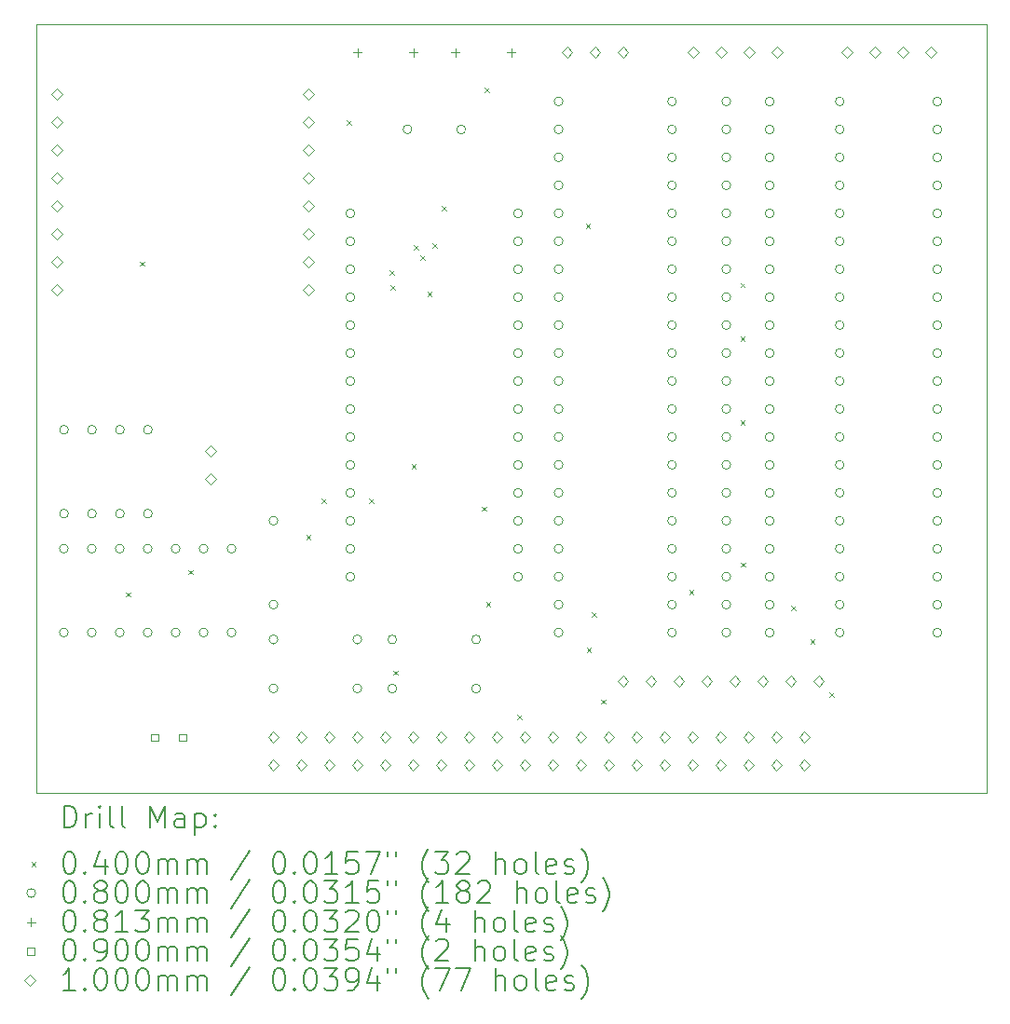
<source format=gbr>
%FSLAX45Y45*%
G04 Gerber Fmt 4.5, Leading zero omitted, Abs format (unit mm)*
G04 Created by KiCad (PCBNEW (6.0.5)) date 2022-11-12 18:47:10*
%MOMM*%
%LPD*%
G01*
G04 APERTURE LIST*
%TA.AperFunction,Profile*%
%ADD10C,0.050000*%
%TD*%
%ADD11C,0.200000*%
%ADD12C,0.040000*%
%ADD13C,0.080000*%
%ADD14C,0.081280*%
%ADD15C,0.090000*%
%ADD16C,0.100000*%
G04 APERTURE END LIST*
D10*
X13779500Y-3556000D02*
X5143500Y-3556000D01*
X5143500Y-3556000D02*
X5143500Y-10541000D01*
X5143500Y-10541000D02*
X13779500Y-10541000D01*
X13779500Y-10541000D02*
X13779500Y-3556000D01*
D11*
D12*
X5963050Y-8714350D02*
X6003050Y-8754350D01*
X6003050Y-8714350D02*
X5963050Y-8754350D01*
X6086820Y-5709100D02*
X6126820Y-5749100D01*
X6126820Y-5709100D02*
X6086820Y-5749100D01*
X6527060Y-8512320D02*
X6567060Y-8552320D01*
X6567060Y-8512320D02*
X6527060Y-8552320D01*
X7600000Y-8192220D02*
X7640000Y-8232220D01*
X7640000Y-8192220D02*
X7600000Y-8232220D01*
X7737000Y-7865520D02*
X7777000Y-7905520D01*
X7777000Y-7865520D02*
X7737000Y-7905520D01*
X7970400Y-4424260D02*
X8010400Y-4464260D01*
X8010400Y-4424260D02*
X7970400Y-4464260D01*
X8169400Y-7865520D02*
X8209400Y-7905520D01*
X8209400Y-7865520D02*
X8169400Y-7905520D01*
X8359350Y-5786980D02*
X8399350Y-5826980D01*
X8399350Y-5786980D02*
X8359350Y-5826980D01*
X8368380Y-5922770D02*
X8408380Y-5962770D01*
X8408380Y-5922770D02*
X8368380Y-5962770D01*
X8391950Y-9425990D02*
X8431950Y-9465990D01*
X8431950Y-9425990D02*
X8391950Y-9465990D01*
X8556500Y-7553370D02*
X8596500Y-7593370D01*
X8596500Y-7553370D02*
X8556500Y-7593370D01*
X8575820Y-5563120D02*
X8615820Y-5603120D01*
X8615820Y-5563120D02*
X8575820Y-5603120D01*
X8639730Y-5656230D02*
X8679730Y-5696230D01*
X8679730Y-5656230D02*
X8639730Y-5696230D01*
X8700190Y-5985410D02*
X8740190Y-6025410D01*
X8740190Y-5985410D02*
X8700190Y-6025410D01*
X8749450Y-5546850D02*
X8789450Y-5586850D01*
X8789450Y-5546850D02*
X8749450Y-5586850D01*
X8829760Y-5204150D02*
X8869760Y-5244150D01*
X8869760Y-5204150D02*
X8829760Y-5244150D01*
X9195620Y-7936740D02*
X9235620Y-7976740D01*
X9235620Y-7936740D02*
X9195620Y-7976740D01*
X9220520Y-4129350D02*
X9260520Y-4169350D01*
X9260520Y-4129350D02*
X9220520Y-4169350D01*
X9233630Y-8806500D02*
X9273630Y-8846500D01*
X9273630Y-8806500D02*
X9233630Y-8846500D01*
X9518060Y-9829160D02*
X9558060Y-9869160D01*
X9558060Y-9829160D02*
X9518060Y-9869160D01*
X10139150Y-5367390D02*
X10179150Y-5407390D01*
X10179150Y-5367390D02*
X10139150Y-5407390D01*
X10147700Y-9218240D02*
X10187700Y-9258240D01*
X10187700Y-9218240D02*
X10147700Y-9258240D01*
X10196390Y-8896660D02*
X10236390Y-8936660D01*
X10236390Y-8896660D02*
X10196390Y-8936660D01*
X10281530Y-9687760D02*
X10321530Y-9727760D01*
X10321530Y-9687760D02*
X10281530Y-9727760D01*
X11078530Y-8691010D02*
X11118530Y-8731010D01*
X11118530Y-8691010D02*
X11078530Y-8731010D01*
X11545070Y-5904720D02*
X11585070Y-5944720D01*
X11585070Y-5904720D02*
X11545070Y-5944720D01*
X11545070Y-6393500D02*
X11585070Y-6433500D01*
X11585070Y-6393500D02*
X11545070Y-6433500D01*
X11545070Y-7155500D02*
X11585070Y-7195500D01*
X11585070Y-7155500D02*
X11545070Y-7195500D01*
X11552260Y-8444720D02*
X11592260Y-8484720D01*
X11592260Y-8444720D02*
X11552260Y-8484720D01*
X12006650Y-8838090D02*
X12046650Y-8878090D01*
X12046650Y-8838090D02*
X12006650Y-8878090D01*
X12179140Y-9142910D02*
X12219140Y-9182910D01*
X12219140Y-9142910D02*
X12179140Y-9182910D01*
X12352100Y-9627060D02*
X12392100Y-9667060D01*
X12392100Y-9627060D02*
X12352100Y-9667060D01*
D13*
X5437500Y-8318500D02*
G75*
G03*
X5437500Y-8318500I-40000J0D01*
G01*
X5437500Y-9080500D02*
G75*
G03*
X5437500Y-9080500I-40000J0D01*
G01*
X5438500Y-7238000D02*
G75*
G03*
X5438500Y-7238000I-40000J0D01*
G01*
X5438500Y-8000000D02*
G75*
G03*
X5438500Y-8000000I-40000J0D01*
G01*
X5691500Y-8318500D02*
G75*
G03*
X5691500Y-8318500I-40000J0D01*
G01*
X5691500Y-9080500D02*
G75*
G03*
X5691500Y-9080500I-40000J0D01*
G01*
X5692500Y-7238000D02*
G75*
G03*
X5692500Y-7238000I-40000J0D01*
G01*
X5692500Y-8000000D02*
G75*
G03*
X5692500Y-8000000I-40000J0D01*
G01*
X5945500Y-8318500D02*
G75*
G03*
X5945500Y-8318500I-40000J0D01*
G01*
X5945500Y-9080500D02*
G75*
G03*
X5945500Y-9080500I-40000J0D01*
G01*
X5946500Y-7238000D02*
G75*
G03*
X5946500Y-7238000I-40000J0D01*
G01*
X5946500Y-8000000D02*
G75*
G03*
X5946500Y-8000000I-40000J0D01*
G01*
X6199500Y-8318500D02*
G75*
G03*
X6199500Y-8318500I-40000J0D01*
G01*
X6199500Y-9080500D02*
G75*
G03*
X6199500Y-9080500I-40000J0D01*
G01*
X6200500Y-7238000D02*
G75*
G03*
X6200500Y-7238000I-40000J0D01*
G01*
X6200500Y-8000000D02*
G75*
G03*
X6200500Y-8000000I-40000J0D01*
G01*
X6453500Y-8318500D02*
G75*
G03*
X6453500Y-8318500I-40000J0D01*
G01*
X6453500Y-9080500D02*
G75*
G03*
X6453500Y-9080500I-40000J0D01*
G01*
X6707500Y-8318500D02*
G75*
G03*
X6707500Y-8318500I-40000J0D01*
G01*
X6707500Y-9080500D02*
G75*
G03*
X6707500Y-9080500I-40000J0D01*
G01*
X6961500Y-8318500D02*
G75*
G03*
X6961500Y-8318500I-40000J0D01*
G01*
X6961500Y-9080500D02*
G75*
G03*
X6961500Y-9080500I-40000J0D01*
G01*
X7342500Y-8064500D02*
G75*
G03*
X7342500Y-8064500I-40000J0D01*
G01*
X7342500Y-8826500D02*
G75*
G03*
X7342500Y-8826500I-40000J0D01*
G01*
X7342500Y-9144000D02*
G75*
G03*
X7342500Y-9144000I-40000J0D01*
G01*
X7342500Y-9588500D02*
G75*
G03*
X7342500Y-9588500I-40000J0D01*
G01*
X8041500Y-5272000D02*
G75*
G03*
X8041500Y-5272000I-40000J0D01*
G01*
X8041500Y-5526000D02*
G75*
G03*
X8041500Y-5526000I-40000J0D01*
G01*
X8041500Y-5780000D02*
G75*
G03*
X8041500Y-5780000I-40000J0D01*
G01*
X8041500Y-6034000D02*
G75*
G03*
X8041500Y-6034000I-40000J0D01*
G01*
X8041500Y-6288000D02*
G75*
G03*
X8041500Y-6288000I-40000J0D01*
G01*
X8041500Y-6542000D02*
G75*
G03*
X8041500Y-6542000I-40000J0D01*
G01*
X8041500Y-6796000D02*
G75*
G03*
X8041500Y-6796000I-40000J0D01*
G01*
X8041500Y-7050000D02*
G75*
G03*
X8041500Y-7050000I-40000J0D01*
G01*
X8041500Y-7304000D02*
G75*
G03*
X8041500Y-7304000I-40000J0D01*
G01*
X8041500Y-7558000D02*
G75*
G03*
X8041500Y-7558000I-40000J0D01*
G01*
X8041500Y-7812000D02*
G75*
G03*
X8041500Y-7812000I-40000J0D01*
G01*
X8041500Y-8066000D02*
G75*
G03*
X8041500Y-8066000I-40000J0D01*
G01*
X8041500Y-8320000D02*
G75*
G03*
X8041500Y-8320000I-40000J0D01*
G01*
X8041500Y-8574000D02*
G75*
G03*
X8041500Y-8574000I-40000J0D01*
G01*
X8104500Y-9144000D02*
G75*
G03*
X8104500Y-9144000I-40000J0D01*
G01*
X8104500Y-9588500D02*
G75*
G03*
X8104500Y-9588500I-40000J0D01*
G01*
X8422000Y-9144000D02*
G75*
G03*
X8422000Y-9144000I-40000J0D01*
G01*
X8422000Y-9588500D02*
G75*
G03*
X8422000Y-9588500I-40000J0D01*
G01*
X8560000Y-4508500D02*
G75*
G03*
X8560000Y-4508500I-40000J0D01*
G01*
X9048000Y-4508500D02*
G75*
G03*
X9048000Y-4508500I-40000J0D01*
G01*
X9184000Y-9144000D02*
G75*
G03*
X9184000Y-9144000I-40000J0D01*
G01*
X9184000Y-9588500D02*
G75*
G03*
X9184000Y-9588500I-40000J0D01*
G01*
X9565500Y-5272000D02*
G75*
G03*
X9565500Y-5272000I-40000J0D01*
G01*
X9565500Y-5526000D02*
G75*
G03*
X9565500Y-5526000I-40000J0D01*
G01*
X9565500Y-5780000D02*
G75*
G03*
X9565500Y-5780000I-40000J0D01*
G01*
X9565500Y-6034000D02*
G75*
G03*
X9565500Y-6034000I-40000J0D01*
G01*
X9565500Y-6288000D02*
G75*
G03*
X9565500Y-6288000I-40000J0D01*
G01*
X9565500Y-6542000D02*
G75*
G03*
X9565500Y-6542000I-40000J0D01*
G01*
X9565500Y-6796000D02*
G75*
G03*
X9565500Y-6796000I-40000J0D01*
G01*
X9565500Y-7050000D02*
G75*
G03*
X9565500Y-7050000I-40000J0D01*
G01*
X9565500Y-7304000D02*
G75*
G03*
X9565500Y-7304000I-40000J0D01*
G01*
X9565500Y-7558000D02*
G75*
G03*
X9565500Y-7558000I-40000J0D01*
G01*
X9565500Y-7812000D02*
G75*
G03*
X9565500Y-7812000I-40000J0D01*
G01*
X9565500Y-8066000D02*
G75*
G03*
X9565500Y-8066000I-40000J0D01*
G01*
X9565500Y-8320000D02*
G75*
G03*
X9565500Y-8320000I-40000J0D01*
G01*
X9565500Y-8574000D02*
G75*
G03*
X9565500Y-8574000I-40000J0D01*
G01*
X9933300Y-4254500D02*
G75*
G03*
X9933300Y-4254500I-40000J0D01*
G01*
X9933300Y-4508500D02*
G75*
G03*
X9933300Y-4508500I-40000J0D01*
G01*
X9933300Y-4762500D02*
G75*
G03*
X9933300Y-4762500I-40000J0D01*
G01*
X9933300Y-5016500D02*
G75*
G03*
X9933300Y-5016500I-40000J0D01*
G01*
X9933300Y-5270500D02*
G75*
G03*
X9933300Y-5270500I-40000J0D01*
G01*
X9933300Y-5524500D02*
G75*
G03*
X9933300Y-5524500I-40000J0D01*
G01*
X9933300Y-5778500D02*
G75*
G03*
X9933300Y-5778500I-40000J0D01*
G01*
X9933300Y-6032500D02*
G75*
G03*
X9933300Y-6032500I-40000J0D01*
G01*
X9933300Y-6286500D02*
G75*
G03*
X9933300Y-6286500I-40000J0D01*
G01*
X9933300Y-6540500D02*
G75*
G03*
X9933300Y-6540500I-40000J0D01*
G01*
X9933300Y-6794500D02*
G75*
G03*
X9933300Y-6794500I-40000J0D01*
G01*
X9933300Y-7048500D02*
G75*
G03*
X9933300Y-7048500I-40000J0D01*
G01*
X9933300Y-7302500D02*
G75*
G03*
X9933300Y-7302500I-40000J0D01*
G01*
X9933300Y-7556500D02*
G75*
G03*
X9933300Y-7556500I-40000J0D01*
G01*
X9933300Y-7810500D02*
G75*
G03*
X9933300Y-7810500I-40000J0D01*
G01*
X9933300Y-8064500D02*
G75*
G03*
X9933300Y-8064500I-40000J0D01*
G01*
X9933300Y-8318500D02*
G75*
G03*
X9933300Y-8318500I-40000J0D01*
G01*
X9933300Y-8572500D02*
G75*
G03*
X9933300Y-8572500I-40000J0D01*
G01*
X9933300Y-8826500D02*
G75*
G03*
X9933300Y-8826500I-40000J0D01*
G01*
X9933300Y-9080500D02*
G75*
G03*
X9933300Y-9080500I-40000J0D01*
G01*
X10964000Y-4255000D02*
G75*
G03*
X10964000Y-4255000I-40000J0D01*
G01*
X10964000Y-4509000D02*
G75*
G03*
X10964000Y-4509000I-40000J0D01*
G01*
X10964000Y-4763000D02*
G75*
G03*
X10964000Y-4763000I-40000J0D01*
G01*
X10964000Y-5017000D02*
G75*
G03*
X10964000Y-5017000I-40000J0D01*
G01*
X10964000Y-5271000D02*
G75*
G03*
X10964000Y-5271000I-40000J0D01*
G01*
X10964000Y-5525000D02*
G75*
G03*
X10964000Y-5525000I-40000J0D01*
G01*
X10964000Y-5779000D02*
G75*
G03*
X10964000Y-5779000I-40000J0D01*
G01*
X10964000Y-6033000D02*
G75*
G03*
X10964000Y-6033000I-40000J0D01*
G01*
X10964000Y-6287000D02*
G75*
G03*
X10964000Y-6287000I-40000J0D01*
G01*
X10964000Y-6541000D02*
G75*
G03*
X10964000Y-6541000I-40000J0D01*
G01*
X10964000Y-6795000D02*
G75*
G03*
X10964000Y-6795000I-40000J0D01*
G01*
X10964000Y-7049000D02*
G75*
G03*
X10964000Y-7049000I-40000J0D01*
G01*
X10964000Y-7303000D02*
G75*
G03*
X10964000Y-7303000I-40000J0D01*
G01*
X10964000Y-7557000D02*
G75*
G03*
X10964000Y-7557000I-40000J0D01*
G01*
X10964000Y-7811000D02*
G75*
G03*
X10964000Y-7811000I-40000J0D01*
G01*
X10964000Y-8065000D02*
G75*
G03*
X10964000Y-8065000I-40000J0D01*
G01*
X10964000Y-8319000D02*
G75*
G03*
X10964000Y-8319000I-40000J0D01*
G01*
X10964000Y-8573000D02*
G75*
G03*
X10964000Y-8573000I-40000J0D01*
G01*
X10964000Y-8827000D02*
G75*
G03*
X10964000Y-8827000I-40000J0D01*
G01*
X10964000Y-9081000D02*
G75*
G03*
X10964000Y-9081000I-40000J0D01*
G01*
X11457300Y-4254500D02*
G75*
G03*
X11457300Y-4254500I-40000J0D01*
G01*
X11457300Y-4508500D02*
G75*
G03*
X11457300Y-4508500I-40000J0D01*
G01*
X11457300Y-4762500D02*
G75*
G03*
X11457300Y-4762500I-40000J0D01*
G01*
X11457300Y-5016500D02*
G75*
G03*
X11457300Y-5016500I-40000J0D01*
G01*
X11457300Y-5270500D02*
G75*
G03*
X11457300Y-5270500I-40000J0D01*
G01*
X11457300Y-5524500D02*
G75*
G03*
X11457300Y-5524500I-40000J0D01*
G01*
X11457300Y-5778500D02*
G75*
G03*
X11457300Y-5778500I-40000J0D01*
G01*
X11457300Y-6032500D02*
G75*
G03*
X11457300Y-6032500I-40000J0D01*
G01*
X11457300Y-6286500D02*
G75*
G03*
X11457300Y-6286500I-40000J0D01*
G01*
X11457300Y-6540500D02*
G75*
G03*
X11457300Y-6540500I-40000J0D01*
G01*
X11457300Y-6794500D02*
G75*
G03*
X11457300Y-6794500I-40000J0D01*
G01*
X11457300Y-7048500D02*
G75*
G03*
X11457300Y-7048500I-40000J0D01*
G01*
X11457300Y-7302500D02*
G75*
G03*
X11457300Y-7302500I-40000J0D01*
G01*
X11457300Y-7556500D02*
G75*
G03*
X11457300Y-7556500I-40000J0D01*
G01*
X11457300Y-7810500D02*
G75*
G03*
X11457300Y-7810500I-40000J0D01*
G01*
X11457300Y-8064500D02*
G75*
G03*
X11457300Y-8064500I-40000J0D01*
G01*
X11457300Y-8318500D02*
G75*
G03*
X11457300Y-8318500I-40000J0D01*
G01*
X11457300Y-8572500D02*
G75*
G03*
X11457300Y-8572500I-40000J0D01*
G01*
X11457300Y-8826500D02*
G75*
G03*
X11457300Y-8826500I-40000J0D01*
G01*
X11457300Y-9080500D02*
G75*
G03*
X11457300Y-9080500I-40000J0D01*
G01*
X11851000Y-4254500D02*
G75*
G03*
X11851000Y-4254500I-40000J0D01*
G01*
X11851000Y-4508500D02*
G75*
G03*
X11851000Y-4508500I-40000J0D01*
G01*
X11851000Y-4762500D02*
G75*
G03*
X11851000Y-4762500I-40000J0D01*
G01*
X11851000Y-5016500D02*
G75*
G03*
X11851000Y-5016500I-40000J0D01*
G01*
X11851000Y-5270500D02*
G75*
G03*
X11851000Y-5270500I-40000J0D01*
G01*
X11851000Y-5524500D02*
G75*
G03*
X11851000Y-5524500I-40000J0D01*
G01*
X11851000Y-5778500D02*
G75*
G03*
X11851000Y-5778500I-40000J0D01*
G01*
X11851000Y-6032500D02*
G75*
G03*
X11851000Y-6032500I-40000J0D01*
G01*
X11851000Y-6286500D02*
G75*
G03*
X11851000Y-6286500I-40000J0D01*
G01*
X11851000Y-6540500D02*
G75*
G03*
X11851000Y-6540500I-40000J0D01*
G01*
X11851000Y-6794500D02*
G75*
G03*
X11851000Y-6794500I-40000J0D01*
G01*
X11851000Y-7048500D02*
G75*
G03*
X11851000Y-7048500I-40000J0D01*
G01*
X11851000Y-7302500D02*
G75*
G03*
X11851000Y-7302500I-40000J0D01*
G01*
X11851000Y-7556500D02*
G75*
G03*
X11851000Y-7556500I-40000J0D01*
G01*
X11851000Y-7810500D02*
G75*
G03*
X11851000Y-7810500I-40000J0D01*
G01*
X11851000Y-8064500D02*
G75*
G03*
X11851000Y-8064500I-40000J0D01*
G01*
X11851000Y-8318500D02*
G75*
G03*
X11851000Y-8318500I-40000J0D01*
G01*
X11851000Y-8572500D02*
G75*
G03*
X11851000Y-8572500I-40000J0D01*
G01*
X11851000Y-8826500D02*
G75*
G03*
X11851000Y-8826500I-40000J0D01*
G01*
X11851000Y-9080500D02*
G75*
G03*
X11851000Y-9080500I-40000J0D01*
G01*
X12488000Y-4255000D02*
G75*
G03*
X12488000Y-4255000I-40000J0D01*
G01*
X12488000Y-4509000D02*
G75*
G03*
X12488000Y-4509000I-40000J0D01*
G01*
X12488000Y-4763000D02*
G75*
G03*
X12488000Y-4763000I-40000J0D01*
G01*
X12488000Y-5017000D02*
G75*
G03*
X12488000Y-5017000I-40000J0D01*
G01*
X12488000Y-5271000D02*
G75*
G03*
X12488000Y-5271000I-40000J0D01*
G01*
X12488000Y-5525000D02*
G75*
G03*
X12488000Y-5525000I-40000J0D01*
G01*
X12488000Y-5779000D02*
G75*
G03*
X12488000Y-5779000I-40000J0D01*
G01*
X12488000Y-6033000D02*
G75*
G03*
X12488000Y-6033000I-40000J0D01*
G01*
X12488000Y-6287000D02*
G75*
G03*
X12488000Y-6287000I-40000J0D01*
G01*
X12488000Y-6541000D02*
G75*
G03*
X12488000Y-6541000I-40000J0D01*
G01*
X12488000Y-6795000D02*
G75*
G03*
X12488000Y-6795000I-40000J0D01*
G01*
X12488000Y-7049000D02*
G75*
G03*
X12488000Y-7049000I-40000J0D01*
G01*
X12488000Y-7303000D02*
G75*
G03*
X12488000Y-7303000I-40000J0D01*
G01*
X12488000Y-7557000D02*
G75*
G03*
X12488000Y-7557000I-40000J0D01*
G01*
X12488000Y-7811000D02*
G75*
G03*
X12488000Y-7811000I-40000J0D01*
G01*
X12488000Y-8065000D02*
G75*
G03*
X12488000Y-8065000I-40000J0D01*
G01*
X12488000Y-8319000D02*
G75*
G03*
X12488000Y-8319000I-40000J0D01*
G01*
X12488000Y-8573000D02*
G75*
G03*
X12488000Y-8573000I-40000J0D01*
G01*
X12488000Y-8827000D02*
G75*
G03*
X12488000Y-8827000I-40000J0D01*
G01*
X12488000Y-9081000D02*
G75*
G03*
X12488000Y-9081000I-40000J0D01*
G01*
X13375000Y-4254500D02*
G75*
G03*
X13375000Y-4254500I-40000J0D01*
G01*
X13375000Y-4508500D02*
G75*
G03*
X13375000Y-4508500I-40000J0D01*
G01*
X13375000Y-4762500D02*
G75*
G03*
X13375000Y-4762500I-40000J0D01*
G01*
X13375000Y-5016500D02*
G75*
G03*
X13375000Y-5016500I-40000J0D01*
G01*
X13375000Y-5270500D02*
G75*
G03*
X13375000Y-5270500I-40000J0D01*
G01*
X13375000Y-5524500D02*
G75*
G03*
X13375000Y-5524500I-40000J0D01*
G01*
X13375000Y-5778500D02*
G75*
G03*
X13375000Y-5778500I-40000J0D01*
G01*
X13375000Y-6032500D02*
G75*
G03*
X13375000Y-6032500I-40000J0D01*
G01*
X13375000Y-6286500D02*
G75*
G03*
X13375000Y-6286500I-40000J0D01*
G01*
X13375000Y-6540500D02*
G75*
G03*
X13375000Y-6540500I-40000J0D01*
G01*
X13375000Y-6794500D02*
G75*
G03*
X13375000Y-6794500I-40000J0D01*
G01*
X13375000Y-7048500D02*
G75*
G03*
X13375000Y-7048500I-40000J0D01*
G01*
X13375000Y-7302500D02*
G75*
G03*
X13375000Y-7302500I-40000J0D01*
G01*
X13375000Y-7556500D02*
G75*
G03*
X13375000Y-7556500I-40000J0D01*
G01*
X13375000Y-7810500D02*
G75*
G03*
X13375000Y-7810500I-40000J0D01*
G01*
X13375000Y-8064500D02*
G75*
G03*
X13375000Y-8064500I-40000J0D01*
G01*
X13375000Y-8318500D02*
G75*
G03*
X13375000Y-8318500I-40000J0D01*
G01*
X13375000Y-8572500D02*
G75*
G03*
X13375000Y-8572500I-40000J0D01*
G01*
X13375000Y-8826500D02*
G75*
G03*
X13375000Y-8826500I-40000J0D01*
G01*
X13375000Y-9080500D02*
G75*
G03*
X13375000Y-9080500I-40000J0D01*
G01*
D14*
X8064500Y-3769360D02*
X8064500Y-3850640D01*
X8023860Y-3810000D02*
X8105140Y-3810000D01*
X8572500Y-3769360D02*
X8572500Y-3850640D01*
X8531860Y-3810000D02*
X8613140Y-3810000D01*
X8953500Y-3769360D02*
X8953500Y-3850640D01*
X8912860Y-3810000D02*
X8994140Y-3810000D01*
X9461500Y-3769360D02*
X9461500Y-3850640D01*
X9420860Y-3810000D02*
X9502140Y-3810000D01*
D15*
X6254820Y-10064820D02*
X6254820Y-10001180D01*
X6191180Y-10001180D01*
X6191180Y-10064820D01*
X6254820Y-10064820D01*
X6508820Y-10064820D02*
X6508820Y-10001180D01*
X6445180Y-10001180D01*
X6445180Y-10064820D01*
X6508820Y-10064820D01*
D16*
X5334000Y-4241000D02*
X5384000Y-4191000D01*
X5334000Y-4141000D01*
X5284000Y-4191000D01*
X5334000Y-4241000D01*
X5334000Y-4495000D02*
X5384000Y-4445000D01*
X5334000Y-4395000D01*
X5284000Y-4445000D01*
X5334000Y-4495000D01*
X5334000Y-4749000D02*
X5384000Y-4699000D01*
X5334000Y-4649000D01*
X5284000Y-4699000D01*
X5334000Y-4749000D01*
X5334000Y-5003000D02*
X5384000Y-4953000D01*
X5334000Y-4903000D01*
X5284000Y-4953000D01*
X5334000Y-5003000D01*
X5334000Y-5257000D02*
X5384000Y-5207000D01*
X5334000Y-5157000D01*
X5284000Y-5207000D01*
X5334000Y-5257000D01*
X5334000Y-5511000D02*
X5384000Y-5461000D01*
X5334000Y-5411000D01*
X5284000Y-5461000D01*
X5334000Y-5511000D01*
X5334000Y-5765000D02*
X5384000Y-5715000D01*
X5334000Y-5665000D01*
X5284000Y-5715000D01*
X5334000Y-5765000D01*
X5334000Y-6019000D02*
X5384000Y-5969000D01*
X5334000Y-5919000D01*
X5284000Y-5969000D01*
X5334000Y-6019000D01*
X6731000Y-7479500D02*
X6781000Y-7429500D01*
X6731000Y-7379500D01*
X6681000Y-7429500D01*
X6731000Y-7479500D01*
X6731000Y-7733500D02*
X6781000Y-7683500D01*
X6731000Y-7633500D01*
X6681000Y-7683500D01*
X6731000Y-7733500D01*
X7302000Y-10082500D02*
X7352000Y-10032500D01*
X7302000Y-9982500D01*
X7252000Y-10032500D01*
X7302000Y-10082500D01*
X7302000Y-10336500D02*
X7352000Y-10286500D01*
X7302000Y-10236500D01*
X7252000Y-10286500D01*
X7302000Y-10336500D01*
X7556000Y-10082500D02*
X7606000Y-10032500D01*
X7556000Y-9982500D01*
X7506000Y-10032500D01*
X7556000Y-10082500D01*
X7556000Y-10336500D02*
X7606000Y-10286500D01*
X7556000Y-10236500D01*
X7506000Y-10286500D01*
X7556000Y-10336500D01*
X7620000Y-4241000D02*
X7670000Y-4191000D01*
X7620000Y-4141000D01*
X7570000Y-4191000D01*
X7620000Y-4241000D01*
X7620000Y-4495000D02*
X7670000Y-4445000D01*
X7620000Y-4395000D01*
X7570000Y-4445000D01*
X7620000Y-4495000D01*
X7620000Y-4749000D02*
X7670000Y-4699000D01*
X7620000Y-4649000D01*
X7570000Y-4699000D01*
X7620000Y-4749000D01*
X7620000Y-5003000D02*
X7670000Y-4953000D01*
X7620000Y-4903000D01*
X7570000Y-4953000D01*
X7620000Y-5003000D01*
X7620000Y-5257000D02*
X7670000Y-5207000D01*
X7620000Y-5157000D01*
X7570000Y-5207000D01*
X7620000Y-5257000D01*
X7620000Y-5511000D02*
X7670000Y-5461000D01*
X7620000Y-5411000D01*
X7570000Y-5461000D01*
X7620000Y-5511000D01*
X7620000Y-5765000D02*
X7670000Y-5715000D01*
X7620000Y-5665000D01*
X7570000Y-5715000D01*
X7620000Y-5765000D01*
X7620000Y-6019000D02*
X7670000Y-5969000D01*
X7620000Y-5919000D01*
X7570000Y-5969000D01*
X7620000Y-6019000D01*
X7810000Y-10082500D02*
X7860000Y-10032500D01*
X7810000Y-9982500D01*
X7760000Y-10032500D01*
X7810000Y-10082500D01*
X7810000Y-10336500D02*
X7860000Y-10286500D01*
X7810000Y-10236500D01*
X7760000Y-10286500D01*
X7810000Y-10336500D01*
X8064000Y-10082500D02*
X8114000Y-10032500D01*
X8064000Y-9982500D01*
X8014000Y-10032500D01*
X8064000Y-10082500D01*
X8064000Y-10336500D02*
X8114000Y-10286500D01*
X8064000Y-10236500D01*
X8014000Y-10286500D01*
X8064000Y-10336500D01*
X8318000Y-10082500D02*
X8368000Y-10032500D01*
X8318000Y-9982500D01*
X8268000Y-10032500D01*
X8318000Y-10082500D01*
X8318000Y-10336500D02*
X8368000Y-10286500D01*
X8318000Y-10236500D01*
X8268000Y-10286500D01*
X8318000Y-10336500D01*
X8572000Y-10082500D02*
X8622000Y-10032500D01*
X8572000Y-9982500D01*
X8522000Y-10032500D01*
X8572000Y-10082500D01*
X8572000Y-10336500D02*
X8622000Y-10286500D01*
X8572000Y-10236500D01*
X8522000Y-10286500D01*
X8572000Y-10336500D01*
X8826000Y-10082500D02*
X8876000Y-10032500D01*
X8826000Y-9982500D01*
X8776000Y-10032500D01*
X8826000Y-10082500D01*
X8826000Y-10336500D02*
X8876000Y-10286500D01*
X8826000Y-10236500D01*
X8776000Y-10286500D01*
X8826000Y-10336500D01*
X9080000Y-10082500D02*
X9130000Y-10032500D01*
X9080000Y-9982500D01*
X9030000Y-10032500D01*
X9080000Y-10082500D01*
X9080000Y-10336500D02*
X9130000Y-10286500D01*
X9080000Y-10236500D01*
X9030000Y-10286500D01*
X9080000Y-10336500D01*
X9334000Y-10082500D02*
X9384000Y-10032500D01*
X9334000Y-9982500D01*
X9284000Y-10032500D01*
X9334000Y-10082500D01*
X9334000Y-10336500D02*
X9384000Y-10286500D01*
X9334000Y-10236500D01*
X9284000Y-10286500D01*
X9334000Y-10336500D01*
X9588000Y-10082500D02*
X9638000Y-10032500D01*
X9588000Y-9982500D01*
X9538000Y-10032500D01*
X9588000Y-10082500D01*
X9588000Y-10336500D02*
X9638000Y-10286500D01*
X9588000Y-10236500D01*
X9538000Y-10286500D01*
X9588000Y-10336500D01*
X9842000Y-10082500D02*
X9892000Y-10032500D01*
X9842000Y-9982500D01*
X9792000Y-10032500D01*
X9842000Y-10082500D01*
X9842000Y-10336500D02*
X9892000Y-10286500D01*
X9842000Y-10236500D01*
X9792000Y-10286500D01*
X9842000Y-10336500D01*
X9969500Y-3860000D02*
X10019500Y-3810000D01*
X9969500Y-3760000D01*
X9919500Y-3810000D01*
X9969500Y-3860000D01*
X10096000Y-10082500D02*
X10146000Y-10032500D01*
X10096000Y-9982500D01*
X10046000Y-10032500D01*
X10096000Y-10082500D01*
X10096000Y-10336500D02*
X10146000Y-10286500D01*
X10096000Y-10236500D01*
X10046000Y-10286500D01*
X10096000Y-10336500D01*
X10223500Y-3860000D02*
X10273500Y-3810000D01*
X10223500Y-3760000D01*
X10173500Y-3810000D01*
X10223500Y-3860000D01*
X10350000Y-10082500D02*
X10400000Y-10032500D01*
X10350000Y-9982500D01*
X10300000Y-10032500D01*
X10350000Y-10082500D01*
X10350000Y-10336500D02*
X10400000Y-10286500D01*
X10350000Y-10236500D01*
X10300000Y-10286500D01*
X10350000Y-10336500D01*
X10477500Y-3860000D02*
X10527500Y-3810000D01*
X10477500Y-3760000D01*
X10427500Y-3810000D01*
X10477500Y-3860000D01*
X10477500Y-9575000D02*
X10527500Y-9525000D01*
X10477500Y-9475000D01*
X10427500Y-9525000D01*
X10477500Y-9575000D01*
X10604000Y-10082500D02*
X10654000Y-10032500D01*
X10604000Y-9982500D01*
X10554000Y-10032500D01*
X10604000Y-10082500D01*
X10604000Y-10336500D02*
X10654000Y-10286500D01*
X10604000Y-10236500D01*
X10554000Y-10286500D01*
X10604000Y-10336500D01*
X10731500Y-9575000D02*
X10781500Y-9525000D01*
X10731500Y-9475000D01*
X10681500Y-9525000D01*
X10731500Y-9575000D01*
X10858000Y-10082500D02*
X10908000Y-10032500D01*
X10858000Y-9982500D01*
X10808000Y-10032500D01*
X10858000Y-10082500D01*
X10858000Y-10336500D02*
X10908000Y-10286500D01*
X10858000Y-10236500D01*
X10808000Y-10286500D01*
X10858000Y-10336500D01*
X10985500Y-9575000D02*
X11035500Y-9525000D01*
X10985500Y-9475000D01*
X10935500Y-9525000D01*
X10985500Y-9575000D01*
X11112000Y-10082500D02*
X11162000Y-10032500D01*
X11112000Y-9982500D01*
X11062000Y-10032500D01*
X11112000Y-10082500D01*
X11112000Y-10336500D02*
X11162000Y-10286500D01*
X11112000Y-10236500D01*
X11062000Y-10286500D01*
X11112000Y-10336500D01*
X11113500Y-3860000D02*
X11163500Y-3810000D01*
X11113500Y-3760000D01*
X11063500Y-3810000D01*
X11113500Y-3860000D01*
X11239500Y-9575000D02*
X11289500Y-9525000D01*
X11239500Y-9475000D01*
X11189500Y-9525000D01*
X11239500Y-9575000D01*
X11366000Y-10082500D02*
X11416000Y-10032500D01*
X11366000Y-9982500D01*
X11316000Y-10032500D01*
X11366000Y-10082500D01*
X11366000Y-10336500D02*
X11416000Y-10286500D01*
X11366000Y-10236500D01*
X11316000Y-10286500D01*
X11366000Y-10336500D01*
X11367500Y-3860000D02*
X11417500Y-3810000D01*
X11367500Y-3760000D01*
X11317500Y-3810000D01*
X11367500Y-3860000D01*
X11493500Y-9575000D02*
X11543500Y-9525000D01*
X11493500Y-9475000D01*
X11443500Y-9525000D01*
X11493500Y-9575000D01*
X11620000Y-10082500D02*
X11670000Y-10032500D01*
X11620000Y-9982500D01*
X11570000Y-10032500D01*
X11620000Y-10082500D01*
X11620000Y-10336500D02*
X11670000Y-10286500D01*
X11620000Y-10236500D01*
X11570000Y-10286500D01*
X11620000Y-10336500D01*
X11621500Y-3860000D02*
X11671500Y-3810000D01*
X11621500Y-3760000D01*
X11571500Y-3810000D01*
X11621500Y-3860000D01*
X11747500Y-9575000D02*
X11797500Y-9525000D01*
X11747500Y-9475000D01*
X11697500Y-9525000D01*
X11747500Y-9575000D01*
X11874000Y-10082500D02*
X11924000Y-10032500D01*
X11874000Y-9982500D01*
X11824000Y-10032500D01*
X11874000Y-10082500D01*
X11874000Y-10336500D02*
X11924000Y-10286500D01*
X11874000Y-10236500D01*
X11824000Y-10286500D01*
X11874000Y-10336500D01*
X11875500Y-3860000D02*
X11925500Y-3810000D01*
X11875500Y-3760000D01*
X11825500Y-3810000D01*
X11875500Y-3860000D01*
X12001500Y-9575000D02*
X12051500Y-9525000D01*
X12001500Y-9475000D01*
X11951500Y-9525000D01*
X12001500Y-9575000D01*
X12128000Y-10082500D02*
X12178000Y-10032500D01*
X12128000Y-9982500D01*
X12078000Y-10032500D01*
X12128000Y-10082500D01*
X12128000Y-10336500D02*
X12178000Y-10286500D01*
X12128000Y-10236500D01*
X12078000Y-10286500D01*
X12128000Y-10336500D01*
X12255500Y-9575000D02*
X12305500Y-9525000D01*
X12255500Y-9475000D01*
X12205500Y-9525000D01*
X12255500Y-9575000D01*
X12510500Y-3860000D02*
X12560500Y-3810000D01*
X12510500Y-3760000D01*
X12460500Y-3810000D01*
X12510500Y-3860000D01*
X12764500Y-3860000D02*
X12814500Y-3810000D01*
X12764500Y-3760000D01*
X12714500Y-3810000D01*
X12764500Y-3860000D01*
X13018500Y-3860000D02*
X13068500Y-3810000D01*
X13018500Y-3760000D01*
X12968500Y-3810000D01*
X13018500Y-3860000D01*
X13272500Y-3860000D02*
X13322500Y-3810000D01*
X13272500Y-3760000D01*
X13222500Y-3810000D01*
X13272500Y-3860000D01*
D11*
X5398619Y-10853976D02*
X5398619Y-10653976D01*
X5446238Y-10653976D01*
X5474810Y-10663500D01*
X5493857Y-10682548D01*
X5503381Y-10701595D01*
X5512905Y-10739690D01*
X5512905Y-10768262D01*
X5503381Y-10806357D01*
X5493857Y-10825405D01*
X5474810Y-10844452D01*
X5446238Y-10853976D01*
X5398619Y-10853976D01*
X5598619Y-10853976D02*
X5598619Y-10720643D01*
X5598619Y-10758738D02*
X5608143Y-10739690D01*
X5617667Y-10730167D01*
X5636714Y-10720643D01*
X5655762Y-10720643D01*
X5722428Y-10853976D02*
X5722428Y-10720643D01*
X5722428Y-10653976D02*
X5712905Y-10663500D01*
X5722428Y-10673024D01*
X5731952Y-10663500D01*
X5722428Y-10653976D01*
X5722428Y-10673024D01*
X5846238Y-10853976D02*
X5827190Y-10844452D01*
X5817667Y-10825405D01*
X5817667Y-10653976D01*
X5951000Y-10853976D02*
X5931952Y-10844452D01*
X5922428Y-10825405D01*
X5922428Y-10653976D01*
X6179571Y-10853976D02*
X6179571Y-10653976D01*
X6246238Y-10796833D01*
X6312905Y-10653976D01*
X6312905Y-10853976D01*
X6493857Y-10853976D02*
X6493857Y-10749214D01*
X6484333Y-10730167D01*
X6465286Y-10720643D01*
X6427190Y-10720643D01*
X6408143Y-10730167D01*
X6493857Y-10844452D02*
X6474809Y-10853976D01*
X6427190Y-10853976D01*
X6408143Y-10844452D01*
X6398619Y-10825405D01*
X6398619Y-10806357D01*
X6408143Y-10787310D01*
X6427190Y-10777786D01*
X6474809Y-10777786D01*
X6493857Y-10768262D01*
X6589095Y-10720643D02*
X6589095Y-10920643D01*
X6589095Y-10730167D02*
X6608143Y-10720643D01*
X6646238Y-10720643D01*
X6665286Y-10730167D01*
X6674809Y-10739690D01*
X6684333Y-10758738D01*
X6684333Y-10815881D01*
X6674809Y-10834929D01*
X6665286Y-10844452D01*
X6646238Y-10853976D01*
X6608143Y-10853976D01*
X6589095Y-10844452D01*
X6770048Y-10834929D02*
X6779571Y-10844452D01*
X6770048Y-10853976D01*
X6760524Y-10844452D01*
X6770048Y-10834929D01*
X6770048Y-10853976D01*
X6770048Y-10730167D02*
X6779571Y-10739690D01*
X6770048Y-10749214D01*
X6760524Y-10739690D01*
X6770048Y-10730167D01*
X6770048Y-10749214D01*
D12*
X5101000Y-11163500D02*
X5141000Y-11203500D01*
X5141000Y-11163500D02*
X5101000Y-11203500D01*
D11*
X5436714Y-11073976D02*
X5455762Y-11073976D01*
X5474810Y-11083500D01*
X5484333Y-11093024D01*
X5493857Y-11112071D01*
X5503381Y-11150167D01*
X5503381Y-11197786D01*
X5493857Y-11235881D01*
X5484333Y-11254928D01*
X5474810Y-11264452D01*
X5455762Y-11273976D01*
X5436714Y-11273976D01*
X5417667Y-11264452D01*
X5408143Y-11254928D01*
X5398619Y-11235881D01*
X5389095Y-11197786D01*
X5389095Y-11150167D01*
X5398619Y-11112071D01*
X5408143Y-11093024D01*
X5417667Y-11083500D01*
X5436714Y-11073976D01*
X5589095Y-11254928D02*
X5598619Y-11264452D01*
X5589095Y-11273976D01*
X5579571Y-11264452D01*
X5589095Y-11254928D01*
X5589095Y-11273976D01*
X5770048Y-11140643D02*
X5770048Y-11273976D01*
X5722428Y-11064452D02*
X5674809Y-11207309D01*
X5798619Y-11207309D01*
X5912905Y-11073976D02*
X5931952Y-11073976D01*
X5951000Y-11083500D01*
X5960524Y-11093024D01*
X5970048Y-11112071D01*
X5979571Y-11150167D01*
X5979571Y-11197786D01*
X5970048Y-11235881D01*
X5960524Y-11254928D01*
X5951000Y-11264452D01*
X5931952Y-11273976D01*
X5912905Y-11273976D01*
X5893857Y-11264452D01*
X5884333Y-11254928D01*
X5874809Y-11235881D01*
X5865286Y-11197786D01*
X5865286Y-11150167D01*
X5874809Y-11112071D01*
X5884333Y-11093024D01*
X5893857Y-11083500D01*
X5912905Y-11073976D01*
X6103381Y-11073976D02*
X6122428Y-11073976D01*
X6141476Y-11083500D01*
X6151000Y-11093024D01*
X6160524Y-11112071D01*
X6170048Y-11150167D01*
X6170048Y-11197786D01*
X6160524Y-11235881D01*
X6151000Y-11254928D01*
X6141476Y-11264452D01*
X6122428Y-11273976D01*
X6103381Y-11273976D01*
X6084333Y-11264452D01*
X6074809Y-11254928D01*
X6065286Y-11235881D01*
X6055762Y-11197786D01*
X6055762Y-11150167D01*
X6065286Y-11112071D01*
X6074809Y-11093024D01*
X6084333Y-11083500D01*
X6103381Y-11073976D01*
X6255762Y-11273976D02*
X6255762Y-11140643D01*
X6255762Y-11159690D02*
X6265286Y-11150167D01*
X6284333Y-11140643D01*
X6312905Y-11140643D01*
X6331952Y-11150167D01*
X6341476Y-11169214D01*
X6341476Y-11273976D01*
X6341476Y-11169214D02*
X6351000Y-11150167D01*
X6370048Y-11140643D01*
X6398619Y-11140643D01*
X6417667Y-11150167D01*
X6427190Y-11169214D01*
X6427190Y-11273976D01*
X6522428Y-11273976D02*
X6522428Y-11140643D01*
X6522428Y-11159690D02*
X6531952Y-11150167D01*
X6551000Y-11140643D01*
X6579571Y-11140643D01*
X6598619Y-11150167D01*
X6608143Y-11169214D01*
X6608143Y-11273976D01*
X6608143Y-11169214D02*
X6617667Y-11150167D01*
X6636714Y-11140643D01*
X6665286Y-11140643D01*
X6684333Y-11150167D01*
X6693857Y-11169214D01*
X6693857Y-11273976D01*
X7084333Y-11064452D02*
X6912905Y-11321595D01*
X7341476Y-11073976D02*
X7360524Y-11073976D01*
X7379571Y-11083500D01*
X7389095Y-11093024D01*
X7398619Y-11112071D01*
X7408143Y-11150167D01*
X7408143Y-11197786D01*
X7398619Y-11235881D01*
X7389095Y-11254928D01*
X7379571Y-11264452D01*
X7360524Y-11273976D01*
X7341476Y-11273976D01*
X7322428Y-11264452D01*
X7312905Y-11254928D01*
X7303381Y-11235881D01*
X7293857Y-11197786D01*
X7293857Y-11150167D01*
X7303381Y-11112071D01*
X7312905Y-11093024D01*
X7322428Y-11083500D01*
X7341476Y-11073976D01*
X7493857Y-11254928D02*
X7503381Y-11264452D01*
X7493857Y-11273976D01*
X7484333Y-11264452D01*
X7493857Y-11254928D01*
X7493857Y-11273976D01*
X7627190Y-11073976D02*
X7646238Y-11073976D01*
X7665286Y-11083500D01*
X7674809Y-11093024D01*
X7684333Y-11112071D01*
X7693857Y-11150167D01*
X7693857Y-11197786D01*
X7684333Y-11235881D01*
X7674809Y-11254928D01*
X7665286Y-11264452D01*
X7646238Y-11273976D01*
X7627190Y-11273976D01*
X7608143Y-11264452D01*
X7598619Y-11254928D01*
X7589095Y-11235881D01*
X7579571Y-11197786D01*
X7579571Y-11150167D01*
X7589095Y-11112071D01*
X7598619Y-11093024D01*
X7608143Y-11083500D01*
X7627190Y-11073976D01*
X7884333Y-11273976D02*
X7770048Y-11273976D01*
X7827190Y-11273976D02*
X7827190Y-11073976D01*
X7808143Y-11102548D01*
X7789095Y-11121595D01*
X7770048Y-11131119D01*
X8065286Y-11073976D02*
X7970048Y-11073976D01*
X7960524Y-11169214D01*
X7970048Y-11159690D01*
X7989095Y-11150167D01*
X8036714Y-11150167D01*
X8055762Y-11159690D01*
X8065286Y-11169214D01*
X8074809Y-11188262D01*
X8074809Y-11235881D01*
X8065286Y-11254928D01*
X8055762Y-11264452D01*
X8036714Y-11273976D01*
X7989095Y-11273976D01*
X7970048Y-11264452D01*
X7960524Y-11254928D01*
X8141476Y-11073976D02*
X8274809Y-11073976D01*
X8189095Y-11273976D01*
X8341476Y-11073976D02*
X8341476Y-11112071D01*
X8417667Y-11073976D02*
X8417667Y-11112071D01*
X8712905Y-11350167D02*
X8703381Y-11340643D01*
X8684333Y-11312071D01*
X8674810Y-11293024D01*
X8665286Y-11264452D01*
X8655762Y-11216833D01*
X8655762Y-11178738D01*
X8665286Y-11131119D01*
X8674810Y-11102548D01*
X8684333Y-11083500D01*
X8703381Y-11054929D01*
X8712905Y-11045405D01*
X8770048Y-11073976D02*
X8893857Y-11073976D01*
X8827190Y-11150167D01*
X8855762Y-11150167D01*
X8874810Y-11159690D01*
X8884333Y-11169214D01*
X8893857Y-11188262D01*
X8893857Y-11235881D01*
X8884333Y-11254928D01*
X8874810Y-11264452D01*
X8855762Y-11273976D01*
X8798619Y-11273976D01*
X8779571Y-11264452D01*
X8770048Y-11254928D01*
X8970048Y-11093024D02*
X8979571Y-11083500D01*
X8998619Y-11073976D01*
X9046238Y-11073976D01*
X9065286Y-11083500D01*
X9074810Y-11093024D01*
X9084333Y-11112071D01*
X9084333Y-11131119D01*
X9074810Y-11159690D01*
X8960524Y-11273976D01*
X9084333Y-11273976D01*
X9322429Y-11273976D02*
X9322429Y-11073976D01*
X9408143Y-11273976D02*
X9408143Y-11169214D01*
X9398619Y-11150167D01*
X9379571Y-11140643D01*
X9351000Y-11140643D01*
X9331952Y-11150167D01*
X9322429Y-11159690D01*
X9531952Y-11273976D02*
X9512905Y-11264452D01*
X9503381Y-11254928D01*
X9493857Y-11235881D01*
X9493857Y-11178738D01*
X9503381Y-11159690D01*
X9512905Y-11150167D01*
X9531952Y-11140643D01*
X9560524Y-11140643D01*
X9579571Y-11150167D01*
X9589095Y-11159690D01*
X9598619Y-11178738D01*
X9598619Y-11235881D01*
X9589095Y-11254928D01*
X9579571Y-11264452D01*
X9560524Y-11273976D01*
X9531952Y-11273976D01*
X9712905Y-11273976D02*
X9693857Y-11264452D01*
X9684333Y-11245405D01*
X9684333Y-11073976D01*
X9865286Y-11264452D02*
X9846238Y-11273976D01*
X9808143Y-11273976D01*
X9789095Y-11264452D01*
X9779571Y-11245405D01*
X9779571Y-11169214D01*
X9789095Y-11150167D01*
X9808143Y-11140643D01*
X9846238Y-11140643D01*
X9865286Y-11150167D01*
X9874810Y-11169214D01*
X9874810Y-11188262D01*
X9779571Y-11207309D01*
X9951000Y-11264452D02*
X9970048Y-11273976D01*
X10008143Y-11273976D01*
X10027190Y-11264452D01*
X10036714Y-11245405D01*
X10036714Y-11235881D01*
X10027190Y-11216833D01*
X10008143Y-11207309D01*
X9979571Y-11207309D01*
X9960524Y-11197786D01*
X9951000Y-11178738D01*
X9951000Y-11169214D01*
X9960524Y-11150167D01*
X9979571Y-11140643D01*
X10008143Y-11140643D01*
X10027190Y-11150167D01*
X10103381Y-11350167D02*
X10112905Y-11340643D01*
X10131952Y-11312071D01*
X10141476Y-11293024D01*
X10151000Y-11264452D01*
X10160524Y-11216833D01*
X10160524Y-11178738D01*
X10151000Y-11131119D01*
X10141476Y-11102548D01*
X10131952Y-11083500D01*
X10112905Y-11054929D01*
X10103381Y-11045405D01*
D13*
X5141000Y-11447500D02*
G75*
G03*
X5141000Y-11447500I-40000J0D01*
G01*
D11*
X5436714Y-11337976D02*
X5455762Y-11337976D01*
X5474810Y-11347500D01*
X5484333Y-11357024D01*
X5493857Y-11376071D01*
X5503381Y-11414167D01*
X5503381Y-11461786D01*
X5493857Y-11499881D01*
X5484333Y-11518928D01*
X5474810Y-11528452D01*
X5455762Y-11537976D01*
X5436714Y-11537976D01*
X5417667Y-11528452D01*
X5408143Y-11518928D01*
X5398619Y-11499881D01*
X5389095Y-11461786D01*
X5389095Y-11414167D01*
X5398619Y-11376071D01*
X5408143Y-11357024D01*
X5417667Y-11347500D01*
X5436714Y-11337976D01*
X5589095Y-11518928D02*
X5598619Y-11528452D01*
X5589095Y-11537976D01*
X5579571Y-11528452D01*
X5589095Y-11518928D01*
X5589095Y-11537976D01*
X5712905Y-11423690D02*
X5693857Y-11414167D01*
X5684333Y-11404643D01*
X5674809Y-11385595D01*
X5674809Y-11376071D01*
X5684333Y-11357024D01*
X5693857Y-11347500D01*
X5712905Y-11337976D01*
X5751000Y-11337976D01*
X5770048Y-11347500D01*
X5779571Y-11357024D01*
X5789095Y-11376071D01*
X5789095Y-11385595D01*
X5779571Y-11404643D01*
X5770048Y-11414167D01*
X5751000Y-11423690D01*
X5712905Y-11423690D01*
X5693857Y-11433214D01*
X5684333Y-11442738D01*
X5674809Y-11461786D01*
X5674809Y-11499881D01*
X5684333Y-11518928D01*
X5693857Y-11528452D01*
X5712905Y-11537976D01*
X5751000Y-11537976D01*
X5770048Y-11528452D01*
X5779571Y-11518928D01*
X5789095Y-11499881D01*
X5789095Y-11461786D01*
X5779571Y-11442738D01*
X5770048Y-11433214D01*
X5751000Y-11423690D01*
X5912905Y-11337976D02*
X5931952Y-11337976D01*
X5951000Y-11347500D01*
X5960524Y-11357024D01*
X5970048Y-11376071D01*
X5979571Y-11414167D01*
X5979571Y-11461786D01*
X5970048Y-11499881D01*
X5960524Y-11518928D01*
X5951000Y-11528452D01*
X5931952Y-11537976D01*
X5912905Y-11537976D01*
X5893857Y-11528452D01*
X5884333Y-11518928D01*
X5874809Y-11499881D01*
X5865286Y-11461786D01*
X5865286Y-11414167D01*
X5874809Y-11376071D01*
X5884333Y-11357024D01*
X5893857Y-11347500D01*
X5912905Y-11337976D01*
X6103381Y-11337976D02*
X6122428Y-11337976D01*
X6141476Y-11347500D01*
X6151000Y-11357024D01*
X6160524Y-11376071D01*
X6170048Y-11414167D01*
X6170048Y-11461786D01*
X6160524Y-11499881D01*
X6151000Y-11518928D01*
X6141476Y-11528452D01*
X6122428Y-11537976D01*
X6103381Y-11537976D01*
X6084333Y-11528452D01*
X6074809Y-11518928D01*
X6065286Y-11499881D01*
X6055762Y-11461786D01*
X6055762Y-11414167D01*
X6065286Y-11376071D01*
X6074809Y-11357024D01*
X6084333Y-11347500D01*
X6103381Y-11337976D01*
X6255762Y-11537976D02*
X6255762Y-11404643D01*
X6255762Y-11423690D02*
X6265286Y-11414167D01*
X6284333Y-11404643D01*
X6312905Y-11404643D01*
X6331952Y-11414167D01*
X6341476Y-11433214D01*
X6341476Y-11537976D01*
X6341476Y-11433214D02*
X6351000Y-11414167D01*
X6370048Y-11404643D01*
X6398619Y-11404643D01*
X6417667Y-11414167D01*
X6427190Y-11433214D01*
X6427190Y-11537976D01*
X6522428Y-11537976D02*
X6522428Y-11404643D01*
X6522428Y-11423690D02*
X6531952Y-11414167D01*
X6551000Y-11404643D01*
X6579571Y-11404643D01*
X6598619Y-11414167D01*
X6608143Y-11433214D01*
X6608143Y-11537976D01*
X6608143Y-11433214D02*
X6617667Y-11414167D01*
X6636714Y-11404643D01*
X6665286Y-11404643D01*
X6684333Y-11414167D01*
X6693857Y-11433214D01*
X6693857Y-11537976D01*
X7084333Y-11328452D02*
X6912905Y-11585595D01*
X7341476Y-11337976D02*
X7360524Y-11337976D01*
X7379571Y-11347500D01*
X7389095Y-11357024D01*
X7398619Y-11376071D01*
X7408143Y-11414167D01*
X7408143Y-11461786D01*
X7398619Y-11499881D01*
X7389095Y-11518928D01*
X7379571Y-11528452D01*
X7360524Y-11537976D01*
X7341476Y-11537976D01*
X7322428Y-11528452D01*
X7312905Y-11518928D01*
X7303381Y-11499881D01*
X7293857Y-11461786D01*
X7293857Y-11414167D01*
X7303381Y-11376071D01*
X7312905Y-11357024D01*
X7322428Y-11347500D01*
X7341476Y-11337976D01*
X7493857Y-11518928D02*
X7503381Y-11528452D01*
X7493857Y-11537976D01*
X7484333Y-11528452D01*
X7493857Y-11518928D01*
X7493857Y-11537976D01*
X7627190Y-11337976D02*
X7646238Y-11337976D01*
X7665286Y-11347500D01*
X7674809Y-11357024D01*
X7684333Y-11376071D01*
X7693857Y-11414167D01*
X7693857Y-11461786D01*
X7684333Y-11499881D01*
X7674809Y-11518928D01*
X7665286Y-11528452D01*
X7646238Y-11537976D01*
X7627190Y-11537976D01*
X7608143Y-11528452D01*
X7598619Y-11518928D01*
X7589095Y-11499881D01*
X7579571Y-11461786D01*
X7579571Y-11414167D01*
X7589095Y-11376071D01*
X7598619Y-11357024D01*
X7608143Y-11347500D01*
X7627190Y-11337976D01*
X7760524Y-11337976D02*
X7884333Y-11337976D01*
X7817667Y-11414167D01*
X7846238Y-11414167D01*
X7865286Y-11423690D01*
X7874809Y-11433214D01*
X7884333Y-11452262D01*
X7884333Y-11499881D01*
X7874809Y-11518928D01*
X7865286Y-11528452D01*
X7846238Y-11537976D01*
X7789095Y-11537976D01*
X7770048Y-11528452D01*
X7760524Y-11518928D01*
X8074809Y-11537976D02*
X7960524Y-11537976D01*
X8017667Y-11537976D02*
X8017667Y-11337976D01*
X7998619Y-11366548D01*
X7979571Y-11385595D01*
X7960524Y-11395119D01*
X8255762Y-11337976D02*
X8160524Y-11337976D01*
X8151000Y-11433214D01*
X8160524Y-11423690D01*
X8179571Y-11414167D01*
X8227190Y-11414167D01*
X8246238Y-11423690D01*
X8255762Y-11433214D01*
X8265286Y-11452262D01*
X8265286Y-11499881D01*
X8255762Y-11518928D01*
X8246238Y-11528452D01*
X8227190Y-11537976D01*
X8179571Y-11537976D01*
X8160524Y-11528452D01*
X8151000Y-11518928D01*
X8341476Y-11337976D02*
X8341476Y-11376071D01*
X8417667Y-11337976D02*
X8417667Y-11376071D01*
X8712905Y-11614167D02*
X8703381Y-11604643D01*
X8684333Y-11576071D01*
X8674810Y-11557024D01*
X8665286Y-11528452D01*
X8655762Y-11480833D01*
X8655762Y-11442738D01*
X8665286Y-11395119D01*
X8674810Y-11366548D01*
X8684333Y-11347500D01*
X8703381Y-11318928D01*
X8712905Y-11309405D01*
X8893857Y-11537976D02*
X8779571Y-11537976D01*
X8836714Y-11537976D02*
X8836714Y-11337976D01*
X8817667Y-11366548D01*
X8798619Y-11385595D01*
X8779571Y-11395119D01*
X9008143Y-11423690D02*
X8989095Y-11414167D01*
X8979571Y-11404643D01*
X8970048Y-11385595D01*
X8970048Y-11376071D01*
X8979571Y-11357024D01*
X8989095Y-11347500D01*
X9008143Y-11337976D01*
X9046238Y-11337976D01*
X9065286Y-11347500D01*
X9074810Y-11357024D01*
X9084333Y-11376071D01*
X9084333Y-11385595D01*
X9074810Y-11404643D01*
X9065286Y-11414167D01*
X9046238Y-11423690D01*
X9008143Y-11423690D01*
X8989095Y-11433214D01*
X8979571Y-11442738D01*
X8970048Y-11461786D01*
X8970048Y-11499881D01*
X8979571Y-11518928D01*
X8989095Y-11528452D01*
X9008143Y-11537976D01*
X9046238Y-11537976D01*
X9065286Y-11528452D01*
X9074810Y-11518928D01*
X9084333Y-11499881D01*
X9084333Y-11461786D01*
X9074810Y-11442738D01*
X9065286Y-11433214D01*
X9046238Y-11423690D01*
X9160524Y-11357024D02*
X9170048Y-11347500D01*
X9189095Y-11337976D01*
X9236714Y-11337976D01*
X9255762Y-11347500D01*
X9265286Y-11357024D01*
X9274810Y-11376071D01*
X9274810Y-11395119D01*
X9265286Y-11423690D01*
X9151000Y-11537976D01*
X9274810Y-11537976D01*
X9512905Y-11537976D02*
X9512905Y-11337976D01*
X9598619Y-11537976D02*
X9598619Y-11433214D01*
X9589095Y-11414167D01*
X9570048Y-11404643D01*
X9541476Y-11404643D01*
X9522429Y-11414167D01*
X9512905Y-11423690D01*
X9722429Y-11537976D02*
X9703381Y-11528452D01*
X9693857Y-11518928D01*
X9684333Y-11499881D01*
X9684333Y-11442738D01*
X9693857Y-11423690D01*
X9703381Y-11414167D01*
X9722429Y-11404643D01*
X9751000Y-11404643D01*
X9770048Y-11414167D01*
X9779571Y-11423690D01*
X9789095Y-11442738D01*
X9789095Y-11499881D01*
X9779571Y-11518928D01*
X9770048Y-11528452D01*
X9751000Y-11537976D01*
X9722429Y-11537976D01*
X9903381Y-11537976D02*
X9884333Y-11528452D01*
X9874810Y-11509405D01*
X9874810Y-11337976D01*
X10055762Y-11528452D02*
X10036714Y-11537976D01*
X9998619Y-11537976D01*
X9979571Y-11528452D01*
X9970048Y-11509405D01*
X9970048Y-11433214D01*
X9979571Y-11414167D01*
X9998619Y-11404643D01*
X10036714Y-11404643D01*
X10055762Y-11414167D01*
X10065286Y-11433214D01*
X10065286Y-11452262D01*
X9970048Y-11471309D01*
X10141476Y-11528452D02*
X10160524Y-11537976D01*
X10198619Y-11537976D01*
X10217667Y-11528452D01*
X10227190Y-11509405D01*
X10227190Y-11499881D01*
X10217667Y-11480833D01*
X10198619Y-11471309D01*
X10170048Y-11471309D01*
X10151000Y-11461786D01*
X10141476Y-11442738D01*
X10141476Y-11433214D01*
X10151000Y-11414167D01*
X10170048Y-11404643D01*
X10198619Y-11404643D01*
X10217667Y-11414167D01*
X10293857Y-11614167D02*
X10303381Y-11604643D01*
X10322429Y-11576071D01*
X10331952Y-11557024D01*
X10341476Y-11528452D01*
X10351000Y-11480833D01*
X10351000Y-11442738D01*
X10341476Y-11395119D01*
X10331952Y-11366548D01*
X10322429Y-11347500D01*
X10303381Y-11318928D01*
X10293857Y-11309405D01*
D14*
X5100360Y-11670860D02*
X5100360Y-11752140D01*
X5059720Y-11711500D02*
X5141000Y-11711500D01*
D11*
X5436714Y-11601976D02*
X5455762Y-11601976D01*
X5474810Y-11611500D01*
X5484333Y-11621024D01*
X5493857Y-11640071D01*
X5503381Y-11678167D01*
X5503381Y-11725786D01*
X5493857Y-11763881D01*
X5484333Y-11782928D01*
X5474810Y-11792452D01*
X5455762Y-11801976D01*
X5436714Y-11801976D01*
X5417667Y-11792452D01*
X5408143Y-11782928D01*
X5398619Y-11763881D01*
X5389095Y-11725786D01*
X5389095Y-11678167D01*
X5398619Y-11640071D01*
X5408143Y-11621024D01*
X5417667Y-11611500D01*
X5436714Y-11601976D01*
X5589095Y-11782928D02*
X5598619Y-11792452D01*
X5589095Y-11801976D01*
X5579571Y-11792452D01*
X5589095Y-11782928D01*
X5589095Y-11801976D01*
X5712905Y-11687690D02*
X5693857Y-11678167D01*
X5684333Y-11668643D01*
X5674809Y-11649595D01*
X5674809Y-11640071D01*
X5684333Y-11621024D01*
X5693857Y-11611500D01*
X5712905Y-11601976D01*
X5751000Y-11601976D01*
X5770048Y-11611500D01*
X5779571Y-11621024D01*
X5789095Y-11640071D01*
X5789095Y-11649595D01*
X5779571Y-11668643D01*
X5770048Y-11678167D01*
X5751000Y-11687690D01*
X5712905Y-11687690D01*
X5693857Y-11697214D01*
X5684333Y-11706738D01*
X5674809Y-11725786D01*
X5674809Y-11763881D01*
X5684333Y-11782928D01*
X5693857Y-11792452D01*
X5712905Y-11801976D01*
X5751000Y-11801976D01*
X5770048Y-11792452D01*
X5779571Y-11782928D01*
X5789095Y-11763881D01*
X5789095Y-11725786D01*
X5779571Y-11706738D01*
X5770048Y-11697214D01*
X5751000Y-11687690D01*
X5979571Y-11801976D02*
X5865286Y-11801976D01*
X5922428Y-11801976D02*
X5922428Y-11601976D01*
X5903381Y-11630548D01*
X5884333Y-11649595D01*
X5865286Y-11659119D01*
X6046238Y-11601976D02*
X6170048Y-11601976D01*
X6103381Y-11678167D01*
X6131952Y-11678167D01*
X6151000Y-11687690D01*
X6160524Y-11697214D01*
X6170048Y-11716262D01*
X6170048Y-11763881D01*
X6160524Y-11782928D01*
X6151000Y-11792452D01*
X6131952Y-11801976D01*
X6074809Y-11801976D01*
X6055762Y-11792452D01*
X6046238Y-11782928D01*
X6255762Y-11801976D02*
X6255762Y-11668643D01*
X6255762Y-11687690D02*
X6265286Y-11678167D01*
X6284333Y-11668643D01*
X6312905Y-11668643D01*
X6331952Y-11678167D01*
X6341476Y-11697214D01*
X6341476Y-11801976D01*
X6341476Y-11697214D02*
X6351000Y-11678167D01*
X6370048Y-11668643D01*
X6398619Y-11668643D01*
X6417667Y-11678167D01*
X6427190Y-11697214D01*
X6427190Y-11801976D01*
X6522428Y-11801976D02*
X6522428Y-11668643D01*
X6522428Y-11687690D02*
X6531952Y-11678167D01*
X6551000Y-11668643D01*
X6579571Y-11668643D01*
X6598619Y-11678167D01*
X6608143Y-11697214D01*
X6608143Y-11801976D01*
X6608143Y-11697214D02*
X6617667Y-11678167D01*
X6636714Y-11668643D01*
X6665286Y-11668643D01*
X6684333Y-11678167D01*
X6693857Y-11697214D01*
X6693857Y-11801976D01*
X7084333Y-11592452D02*
X6912905Y-11849595D01*
X7341476Y-11601976D02*
X7360524Y-11601976D01*
X7379571Y-11611500D01*
X7389095Y-11621024D01*
X7398619Y-11640071D01*
X7408143Y-11678167D01*
X7408143Y-11725786D01*
X7398619Y-11763881D01*
X7389095Y-11782928D01*
X7379571Y-11792452D01*
X7360524Y-11801976D01*
X7341476Y-11801976D01*
X7322428Y-11792452D01*
X7312905Y-11782928D01*
X7303381Y-11763881D01*
X7293857Y-11725786D01*
X7293857Y-11678167D01*
X7303381Y-11640071D01*
X7312905Y-11621024D01*
X7322428Y-11611500D01*
X7341476Y-11601976D01*
X7493857Y-11782928D02*
X7503381Y-11792452D01*
X7493857Y-11801976D01*
X7484333Y-11792452D01*
X7493857Y-11782928D01*
X7493857Y-11801976D01*
X7627190Y-11601976D02*
X7646238Y-11601976D01*
X7665286Y-11611500D01*
X7674809Y-11621024D01*
X7684333Y-11640071D01*
X7693857Y-11678167D01*
X7693857Y-11725786D01*
X7684333Y-11763881D01*
X7674809Y-11782928D01*
X7665286Y-11792452D01*
X7646238Y-11801976D01*
X7627190Y-11801976D01*
X7608143Y-11792452D01*
X7598619Y-11782928D01*
X7589095Y-11763881D01*
X7579571Y-11725786D01*
X7579571Y-11678167D01*
X7589095Y-11640071D01*
X7598619Y-11621024D01*
X7608143Y-11611500D01*
X7627190Y-11601976D01*
X7760524Y-11601976D02*
X7884333Y-11601976D01*
X7817667Y-11678167D01*
X7846238Y-11678167D01*
X7865286Y-11687690D01*
X7874809Y-11697214D01*
X7884333Y-11716262D01*
X7884333Y-11763881D01*
X7874809Y-11782928D01*
X7865286Y-11792452D01*
X7846238Y-11801976D01*
X7789095Y-11801976D01*
X7770048Y-11792452D01*
X7760524Y-11782928D01*
X7960524Y-11621024D02*
X7970048Y-11611500D01*
X7989095Y-11601976D01*
X8036714Y-11601976D01*
X8055762Y-11611500D01*
X8065286Y-11621024D01*
X8074809Y-11640071D01*
X8074809Y-11659119D01*
X8065286Y-11687690D01*
X7951000Y-11801976D01*
X8074809Y-11801976D01*
X8198619Y-11601976D02*
X8217667Y-11601976D01*
X8236714Y-11611500D01*
X8246238Y-11621024D01*
X8255762Y-11640071D01*
X8265286Y-11678167D01*
X8265286Y-11725786D01*
X8255762Y-11763881D01*
X8246238Y-11782928D01*
X8236714Y-11792452D01*
X8217667Y-11801976D01*
X8198619Y-11801976D01*
X8179571Y-11792452D01*
X8170048Y-11782928D01*
X8160524Y-11763881D01*
X8151000Y-11725786D01*
X8151000Y-11678167D01*
X8160524Y-11640071D01*
X8170048Y-11621024D01*
X8179571Y-11611500D01*
X8198619Y-11601976D01*
X8341476Y-11601976D02*
X8341476Y-11640071D01*
X8417667Y-11601976D02*
X8417667Y-11640071D01*
X8712905Y-11878167D02*
X8703381Y-11868643D01*
X8684333Y-11840071D01*
X8674810Y-11821024D01*
X8665286Y-11792452D01*
X8655762Y-11744833D01*
X8655762Y-11706738D01*
X8665286Y-11659119D01*
X8674810Y-11630548D01*
X8684333Y-11611500D01*
X8703381Y-11582928D01*
X8712905Y-11573405D01*
X8874810Y-11668643D02*
X8874810Y-11801976D01*
X8827190Y-11592452D02*
X8779571Y-11735309D01*
X8903381Y-11735309D01*
X9131952Y-11801976D02*
X9131952Y-11601976D01*
X9217667Y-11801976D02*
X9217667Y-11697214D01*
X9208143Y-11678167D01*
X9189095Y-11668643D01*
X9160524Y-11668643D01*
X9141476Y-11678167D01*
X9131952Y-11687690D01*
X9341476Y-11801976D02*
X9322429Y-11792452D01*
X9312905Y-11782928D01*
X9303381Y-11763881D01*
X9303381Y-11706738D01*
X9312905Y-11687690D01*
X9322429Y-11678167D01*
X9341476Y-11668643D01*
X9370048Y-11668643D01*
X9389095Y-11678167D01*
X9398619Y-11687690D01*
X9408143Y-11706738D01*
X9408143Y-11763881D01*
X9398619Y-11782928D01*
X9389095Y-11792452D01*
X9370048Y-11801976D01*
X9341476Y-11801976D01*
X9522429Y-11801976D02*
X9503381Y-11792452D01*
X9493857Y-11773405D01*
X9493857Y-11601976D01*
X9674810Y-11792452D02*
X9655762Y-11801976D01*
X9617667Y-11801976D01*
X9598619Y-11792452D01*
X9589095Y-11773405D01*
X9589095Y-11697214D01*
X9598619Y-11678167D01*
X9617667Y-11668643D01*
X9655762Y-11668643D01*
X9674810Y-11678167D01*
X9684333Y-11697214D01*
X9684333Y-11716262D01*
X9589095Y-11735309D01*
X9760524Y-11792452D02*
X9779571Y-11801976D01*
X9817667Y-11801976D01*
X9836714Y-11792452D01*
X9846238Y-11773405D01*
X9846238Y-11763881D01*
X9836714Y-11744833D01*
X9817667Y-11735309D01*
X9789095Y-11735309D01*
X9770048Y-11725786D01*
X9760524Y-11706738D01*
X9760524Y-11697214D01*
X9770048Y-11678167D01*
X9789095Y-11668643D01*
X9817667Y-11668643D01*
X9836714Y-11678167D01*
X9912905Y-11878167D02*
X9922429Y-11868643D01*
X9941476Y-11840071D01*
X9951000Y-11821024D01*
X9960524Y-11792452D01*
X9970048Y-11744833D01*
X9970048Y-11706738D01*
X9960524Y-11659119D01*
X9951000Y-11630548D01*
X9941476Y-11611500D01*
X9922429Y-11582928D01*
X9912905Y-11573405D01*
D15*
X5127820Y-12007320D02*
X5127820Y-11943680D01*
X5064180Y-11943680D01*
X5064180Y-12007320D01*
X5127820Y-12007320D01*
D11*
X5436714Y-11865976D02*
X5455762Y-11865976D01*
X5474810Y-11875500D01*
X5484333Y-11885024D01*
X5493857Y-11904071D01*
X5503381Y-11942167D01*
X5503381Y-11989786D01*
X5493857Y-12027881D01*
X5484333Y-12046928D01*
X5474810Y-12056452D01*
X5455762Y-12065976D01*
X5436714Y-12065976D01*
X5417667Y-12056452D01*
X5408143Y-12046928D01*
X5398619Y-12027881D01*
X5389095Y-11989786D01*
X5389095Y-11942167D01*
X5398619Y-11904071D01*
X5408143Y-11885024D01*
X5417667Y-11875500D01*
X5436714Y-11865976D01*
X5589095Y-12046928D02*
X5598619Y-12056452D01*
X5589095Y-12065976D01*
X5579571Y-12056452D01*
X5589095Y-12046928D01*
X5589095Y-12065976D01*
X5693857Y-12065976D02*
X5731952Y-12065976D01*
X5751000Y-12056452D01*
X5760524Y-12046928D01*
X5779571Y-12018357D01*
X5789095Y-11980262D01*
X5789095Y-11904071D01*
X5779571Y-11885024D01*
X5770048Y-11875500D01*
X5751000Y-11865976D01*
X5712905Y-11865976D01*
X5693857Y-11875500D01*
X5684333Y-11885024D01*
X5674809Y-11904071D01*
X5674809Y-11951690D01*
X5684333Y-11970738D01*
X5693857Y-11980262D01*
X5712905Y-11989786D01*
X5751000Y-11989786D01*
X5770048Y-11980262D01*
X5779571Y-11970738D01*
X5789095Y-11951690D01*
X5912905Y-11865976D02*
X5931952Y-11865976D01*
X5951000Y-11875500D01*
X5960524Y-11885024D01*
X5970048Y-11904071D01*
X5979571Y-11942167D01*
X5979571Y-11989786D01*
X5970048Y-12027881D01*
X5960524Y-12046928D01*
X5951000Y-12056452D01*
X5931952Y-12065976D01*
X5912905Y-12065976D01*
X5893857Y-12056452D01*
X5884333Y-12046928D01*
X5874809Y-12027881D01*
X5865286Y-11989786D01*
X5865286Y-11942167D01*
X5874809Y-11904071D01*
X5884333Y-11885024D01*
X5893857Y-11875500D01*
X5912905Y-11865976D01*
X6103381Y-11865976D02*
X6122428Y-11865976D01*
X6141476Y-11875500D01*
X6151000Y-11885024D01*
X6160524Y-11904071D01*
X6170048Y-11942167D01*
X6170048Y-11989786D01*
X6160524Y-12027881D01*
X6151000Y-12046928D01*
X6141476Y-12056452D01*
X6122428Y-12065976D01*
X6103381Y-12065976D01*
X6084333Y-12056452D01*
X6074809Y-12046928D01*
X6065286Y-12027881D01*
X6055762Y-11989786D01*
X6055762Y-11942167D01*
X6065286Y-11904071D01*
X6074809Y-11885024D01*
X6084333Y-11875500D01*
X6103381Y-11865976D01*
X6255762Y-12065976D02*
X6255762Y-11932643D01*
X6255762Y-11951690D02*
X6265286Y-11942167D01*
X6284333Y-11932643D01*
X6312905Y-11932643D01*
X6331952Y-11942167D01*
X6341476Y-11961214D01*
X6341476Y-12065976D01*
X6341476Y-11961214D02*
X6351000Y-11942167D01*
X6370048Y-11932643D01*
X6398619Y-11932643D01*
X6417667Y-11942167D01*
X6427190Y-11961214D01*
X6427190Y-12065976D01*
X6522428Y-12065976D02*
X6522428Y-11932643D01*
X6522428Y-11951690D02*
X6531952Y-11942167D01*
X6551000Y-11932643D01*
X6579571Y-11932643D01*
X6598619Y-11942167D01*
X6608143Y-11961214D01*
X6608143Y-12065976D01*
X6608143Y-11961214D02*
X6617667Y-11942167D01*
X6636714Y-11932643D01*
X6665286Y-11932643D01*
X6684333Y-11942167D01*
X6693857Y-11961214D01*
X6693857Y-12065976D01*
X7084333Y-11856452D02*
X6912905Y-12113595D01*
X7341476Y-11865976D02*
X7360524Y-11865976D01*
X7379571Y-11875500D01*
X7389095Y-11885024D01*
X7398619Y-11904071D01*
X7408143Y-11942167D01*
X7408143Y-11989786D01*
X7398619Y-12027881D01*
X7389095Y-12046928D01*
X7379571Y-12056452D01*
X7360524Y-12065976D01*
X7341476Y-12065976D01*
X7322428Y-12056452D01*
X7312905Y-12046928D01*
X7303381Y-12027881D01*
X7293857Y-11989786D01*
X7293857Y-11942167D01*
X7303381Y-11904071D01*
X7312905Y-11885024D01*
X7322428Y-11875500D01*
X7341476Y-11865976D01*
X7493857Y-12046928D02*
X7503381Y-12056452D01*
X7493857Y-12065976D01*
X7484333Y-12056452D01*
X7493857Y-12046928D01*
X7493857Y-12065976D01*
X7627190Y-11865976D02*
X7646238Y-11865976D01*
X7665286Y-11875500D01*
X7674809Y-11885024D01*
X7684333Y-11904071D01*
X7693857Y-11942167D01*
X7693857Y-11989786D01*
X7684333Y-12027881D01*
X7674809Y-12046928D01*
X7665286Y-12056452D01*
X7646238Y-12065976D01*
X7627190Y-12065976D01*
X7608143Y-12056452D01*
X7598619Y-12046928D01*
X7589095Y-12027881D01*
X7579571Y-11989786D01*
X7579571Y-11942167D01*
X7589095Y-11904071D01*
X7598619Y-11885024D01*
X7608143Y-11875500D01*
X7627190Y-11865976D01*
X7760524Y-11865976D02*
X7884333Y-11865976D01*
X7817667Y-11942167D01*
X7846238Y-11942167D01*
X7865286Y-11951690D01*
X7874809Y-11961214D01*
X7884333Y-11980262D01*
X7884333Y-12027881D01*
X7874809Y-12046928D01*
X7865286Y-12056452D01*
X7846238Y-12065976D01*
X7789095Y-12065976D01*
X7770048Y-12056452D01*
X7760524Y-12046928D01*
X8065286Y-11865976D02*
X7970048Y-11865976D01*
X7960524Y-11961214D01*
X7970048Y-11951690D01*
X7989095Y-11942167D01*
X8036714Y-11942167D01*
X8055762Y-11951690D01*
X8065286Y-11961214D01*
X8074809Y-11980262D01*
X8074809Y-12027881D01*
X8065286Y-12046928D01*
X8055762Y-12056452D01*
X8036714Y-12065976D01*
X7989095Y-12065976D01*
X7970048Y-12056452D01*
X7960524Y-12046928D01*
X8246238Y-11932643D02*
X8246238Y-12065976D01*
X8198619Y-11856452D02*
X8151000Y-11999309D01*
X8274809Y-11999309D01*
X8341476Y-11865976D02*
X8341476Y-11904071D01*
X8417667Y-11865976D02*
X8417667Y-11904071D01*
X8712905Y-12142167D02*
X8703381Y-12132643D01*
X8684333Y-12104071D01*
X8674810Y-12085024D01*
X8665286Y-12056452D01*
X8655762Y-12008833D01*
X8655762Y-11970738D01*
X8665286Y-11923119D01*
X8674810Y-11894548D01*
X8684333Y-11875500D01*
X8703381Y-11846928D01*
X8712905Y-11837405D01*
X8779571Y-11885024D02*
X8789095Y-11875500D01*
X8808143Y-11865976D01*
X8855762Y-11865976D01*
X8874810Y-11875500D01*
X8884333Y-11885024D01*
X8893857Y-11904071D01*
X8893857Y-11923119D01*
X8884333Y-11951690D01*
X8770048Y-12065976D01*
X8893857Y-12065976D01*
X9131952Y-12065976D02*
X9131952Y-11865976D01*
X9217667Y-12065976D02*
X9217667Y-11961214D01*
X9208143Y-11942167D01*
X9189095Y-11932643D01*
X9160524Y-11932643D01*
X9141476Y-11942167D01*
X9131952Y-11951690D01*
X9341476Y-12065976D02*
X9322429Y-12056452D01*
X9312905Y-12046928D01*
X9303381Y-12027881D01*
X9303381Y-11970738D01*
X9312905Y-11951690D01*
X9322429Y-11942167D01*
X9341476Y-11932643D01*
X9370048Y-11932643D01*
X9389095Y-11942167D01*
X9398619Y-11951690D01*
X9408143Y-11970738D01*
X9408143Y-12027881D01*
X9398619Y-12046928D01*
X9389095Y-12056452D01*
X9370048Y-12065976D01*
X9341476Y-12065976D01*
X9522429Y-12065976D02*
X9503381Y-12056452D01*
X9493857Y-12037405D01*
X9493857Y-11865976D01*
X9674810Y-12056452D02*
X9655762Y-12065976D01*
X9617667Y-12065976D01*
X9598619Y-12056452D01*
X9589095Y-12037405D01*
X9589095Y-11961214D01*
X9598619Y-11942167D01*
X9617667Y-11932643D01*
X9655762Y-11932643D01*
X9674810Y-11942167D01*
X9684333Y-11961214D01*
X9684333Y-11980262D01*
X9589095Y-11999309D01*
X9760524Y-12056452D02*
X9779571Y-12065976D01*
X9817667Y-12065976D01*
X9836714Y-12056452D01*
X9846238Y-12037405D01*
X9846238Y-12027881D01*
X9836714Y-12008833D01*
X9817667Y-11999309D01*
X9789095Y-11999309D01*
X9770048Y-11989786D01*
X9760524Y-11970738D01*
X9760524Y-11961214D01*
X9770048Y-11942167D01*
X9789095Y-11932643D01*
X9817667Y-11932643D01*
X9836714Y-11942167D01*
X9912905Y-12142167D02*
X9922429Y-12132643D01*
X9941476Y-12104071D01*
X9951000Y-12085024D01*
X9960524Y-12056452D01*
X9970048Y-12008833D01*
X9970048Y-11970738D01*
X9960524Y-11923119D01*
X9951000Y-11894548D01*
X9941476Y-11875500D01*
X9922429Y-11846928D01*
X9912905Y-11837405D01*
D16*
X5091000Y-12289500D02*
X5141000Y-12239500D01*
X5091000Y-12189500D01*
X5041000Y-12239500D01*
X5091000Y-12289500D01*
D11*
X5503381Y-12329976D02*
X5389095Y-12329976D01*
X5446238Y-12329976D02*
X5446238Y-12129976D01*
X5427190Y-12158548D01*
X5408143Y-12177595D01*
X5389095Y-12187119D01*
X5589095Y-12310928D02*
X5598619Y-12320452D01*
X5589095Y-12329976D01*
X5579571Y-12320452D01*
X5589095Y-12310928D01*
X5589095Y-12329976D01*
X5722428Y-12129976D02*
X5741476Y-12129976D01*
X5760524Y-12139500D01*
X5770048Y-12149024D01*
X5779571Y-12168071D01*
X5789095Y-12206167D01*
X5789095Y-12253786D01*
X5779571Y-12291881D01*
X5770048Y-12310928D01*
X5760524Y-12320452D01*
X5741476Y-12329976D01*
X5722428Y-12329976D01*
X5703381Y-12320452D01*
X5693857Y-12310928D01*
X5684333Y-12291881D01*
X5674809Y-12253786D01*
X5674809Y-12206167D01*
X5684333Y-12168071D01*
X5693857Y-12149024D01*
X5703381Y-12139500D01*
X5722428Y-12129976D01*
X5912905Y-12129976D02*
X5931952Y-12129976D01*
X5951000Y-12139500D01*
X5960524Y-12149024D01*
X5970048Y-12168071D01*
X5979571Y-12206167D01*
X5979571Y-12253786D01*
X5970048Y-12291881D01*
X5960524Y-12310928D01*
X5951000Y-12320452D01*
X5931952Y-12329976D01*
X5912905Y-12329976D01*
X5893857Y-12320452D01*
X5884333Y-12310928D01*
X5874809Y-12291881D01*
X5865286Y-12253786D01*
X5865286Y-12206167D01*
X5874809Y-12168071D01*
X5884333Y-12149024D01*
X5893857Y-12139500D01*
X5912905Y-12129976D01*
X6103381Y-12129976D02*
X6122428Y-12129976D01*
X6141476Y-12139500D01*
X6151000Y-12149024D01*
X6160524Y-12168071D01*
X6170048Y-12206167D01*
X6170048Y-12253786D01*
X6160524Y-12291881D01*
X6151000Y-12310928D01*
X6141476Y-12320452D01*
X6122428Y-12329976D01*
X6103381Y-12329976D01*
X6084333Y-12320452D01*
X6074809Y-12310928D01*
X6065286Y-12291881D01*
X6055762Y-12253786D01*
X6055762Y-12206167D01*
X6065286Y-12168071D01*
X6074809Y-12149024D01*
X6084333Y-12139500D01*
X6103381Y-12129976D01*
X6255762Y-12329976D02*
X6255762Y-12196643D01*
X6255762Y-12215690D02*
X6265286Y-12206167D01*
X6284333Y-12196643D01*
X6312905Y-12196643D01*
X6331952Y-12206167D01*
X6341476Y-12225214D01*
X6341476Y-12329976D01*
X6341476Y-12225214D02*
X6351000Y-12206167D01*
X6370048Y-12196643D01*
X6398619Y-12196643D01*
X6417667Y-12206167D01*
X6427190Y-12225214D01*
X6427190Y-12329976D01*
X6522428Y-12329976D02*
X6522428Y-12196643D01*
X6522428Y-12215690D02*
X6531952Y-12206167D01*
X6551000Y-12196643D01*
X6579571Y-12196643D01*
X6598619Y-12206167D01*
X6608143Y-12225214D01*
X6608143Y-12329976D01*
X6608143Y-12225214D02*
X6617667Y-12206167D01*
X6636714Y-12196643D01*
X6665286Y-12196643D01*
X6684333Y-12206167D01*
X6693857Y-12225214D01*
X6693857Y-12329976D01*
X7084333Y-12120452D02*
X6912905Y-12377595D01*
X7341476Y-12129976D02*
X7360524Y-12129976D01*
X7379571Y-12139500D01*
X7389095Y-12149024D01*
X7398619Y-12168071D01*
X7408143Y-12206167D01*
X7408143Y-12253786D01*
X7398619Y-12291881D01*
X7389095Y-12310928D01*
X7379571Y-12320452D01*
X7360524Y-12329976D01*
X7341476Y-12329976D01*
X7322428Y-12320452D01*
X7312905Y-12310928D01*
X7303381Y-12291881D01*
X7293857Y-12253786D01*
X7293857Y-12206167D01*
X7303381Y-12168071D01*
X7312905Y-12149024D01*
X7322428Y-12139500D01*
X7341476Y-12129976D01*
X7493857Y-12310928D02*
X7503381Y-12320452D01*
X7493857Y-12329976D01*
X7484333Y-12320452D01*
X7493857Y-12310928D01*
X7493857Y-12329976D01*
X7627190Y-12129976D02*
X7646238Y-12129976D01*
X7665286Y-12139500D01*
X7674809Y-12149024D01*
X7684333Y-12168071D01*
X7693857Y-12206167D01*
X7693857Y-12253786D01*
X7684333Y-12291881D01*
X7674809Y-12310928D01*
X7665286Y-12320452D01*
X7646238Y-12329976D01*
X7627190Y-12329976D01*
X7608143Y-12320452D01*
X7598619Y-12310928D01*
X7589095Y-12291881D01*
X7579571Y-12253786D01*
X7579571Y-12206167D01*
X7589095Y-12168071D01*
X7598619Y-12149024D01*
X7608143Y-12139500D01*
X7627190Y-12129976D01*
X7760524Y-12129976D02*
X7884333Y-12129976D01*
X7817667Y-12206167D01*
X7846238Y-12206167D01*
X7865286Y-12215690D01*
X7874809Y-12225214D01*
X7884333Y-12244262D01*
X7884333Y-12291881D01*
X7874809Y-12310928D01*
X7865286Y-12320452D01*
X7846238Y-12329976D01*
X7789095Y-12329976D01*
X7770048Y-12320452D01*
X7760524Y-12310928D01*
X7979571Y-12329976D02*
X8017667Y-12329976D01*
X8036714Y-12320452D01*
X8046238Y-12310928D01*
X8065286Y-12282357D01*
X8074809Y-12244262D01*
X8074809Y-12168071D01*
X8065286Y-12149024D01*
X8055762Y-12139500D01*
X8036714Y-12129976D01*
X7998619Y-12129976D01*
X7979571Y-12139500D01*
X7970048Y-12149024D01*
X7960524Y-12168071D01*
X7960524Y-12215690D01*
X7970048Y-12234738D01*
X7979571Y-12244262D01*
X7998619Y-12253786D01*
X8036714Y-12253786D01*
X8055762Y-12244262D01*
X8065286Y-12234738D01*
X8074809Y-12215690D01*
X8246238Y-12196643D02*
X8246238Y-12329976D01*
X8198619Y-12120452D02*
X8151000Y-12263309D01*
X8274809Y-12263309D01*
X8341476Y-12129976D02*
X8341476Y-12168071D01*
X8417667Y-12129976D02*
X8417667Y-12168071D01*
X8712905Y-12406167D02*
X8703381Y-12396643D01*
X8684333Y-12368071D01*
X8674810Y-12349024D01*
X8665286Y-12320452D01*
X8655762Y-12272833D01*
X8655762Y-12234738D01*
X8665286Y-12187119D01*
X8674810Y-12158548D01*
X8684333Y-12139500D01*
X8703381Y-12110928D01*
X8712905Y-12101405D01*
X8770048Y-12129976D02*
X8903381Y-12129976D01*
X8817667Y-12329976D01*
X8960524Y-12129976D02*
X9093857Y-12129976D01*
X9008143Y-12329976D01*
X9322429Y-12329976D02*
X9322429Y-12129976D01*
X9408143Y-12329976D02*
X9408143Y-12225214D01*
X9398619Y-12206167D01*
X9379571Y-12196643D01*
X9351000Y-12196643D01*
X9331952Y-12206167D01*
X9322429Y-12215690D01*
X9531952Y-12329976D02*
X9512905Y-12320452D01*
X9503381Y-12310928D01*
X9493857Y-12291881D01*
X9493857Y-12234738D01*
X9503381Y-12215690D01*
X9512905Y-12206167D01*
X9531952Y-12196643D01*
X9560524Y-12196643D01*
X9579571Y-12206167D01*
X9589095Y-12215690D01*
X9598619Y-12234738D01*
X9598619Y-12291881D01*
X9589095Y-12310928D01*
X9579571Y-12320452D01*
X9560524Y-12329976D01*
X9531952Y-12329976D01*
X9712905Y-12329976D02*
X9693857Y-12320452D01*
X9684333Y-12301405D01*
X9684333Y-12129976D01*
X9865286Y-12320452D02*
X9846238Y-12329976D01*
X9808143Y-12329976D01*
X9789095Y-12320452D01*
X9779571Y-12301405D01*
X9779571Y-12225214D01*
X9789095Y-12206167D01*
X9808143Y-12196643D01*
X9846238Y-12196643D01*
X9865286Y-12206167D01*
X9874810Y-12225214D01*
X9874810Y-12244262D01*
X9779571Y-12263309D01*
X9951000Y-12320452D02*
X9970048Y-12329976D01*
X10008143Y-12329976D01*
X10027190Y-12320452D01*
X10036714Y-12301405D01*
X10036714Y-12291881D01*
X10027190Y-12272833D01*
X10008143Y-12263309D01*
X9979571Y-12263309D01*
X9960524Y-12253786D01*
X9951000Y-12234738D01*
X9951000Y-12225214D01*
X9960524Y-12206167D01*
X9979571Y-12196643D01*
X10008143Y-12196643D01*
X10027190Y-12206167D01*
X10103381Y-12406167D02*
X10112905Y-12396643D01*
X10131952Y-12368071D01*
X10141476Y-12349024D01*
X10151000Y-12320452D01*
X10160524Y-12272833D01*
X10160524Y-12234738D01*
X10151000Y-12187119D01*
X10141476Y-12158548D01*
X10131952Y-12139500D01*
X10112905Y-12110928D01*
X10103381Y-12101405D01*
M02*

</source>
